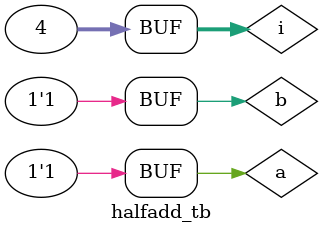
<source format=v>
module halfadd(a,b,sum,carry);
input a,b;
output sum,carry;
assign sum=a^b;
assign carry=a*b;
endmodule 

module halfadd_tb;
reg a,b;
wire sum,carry;
halfadd h1(a,b,sum,carry);
integer i;
initial
begin
for(i=0;i<4;i=i+1)
begin
#2 {a,b}=i;
end
end
endmodule

</source>
